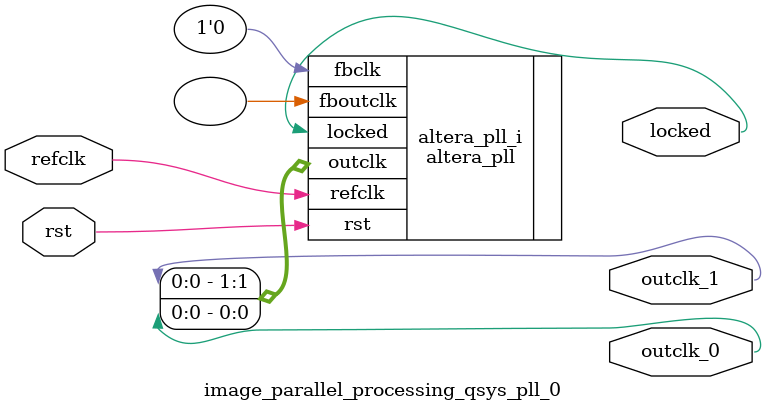
<source format=v>
`timescale 1ns/10ps
module  image_parallel_processing_qsys_pll_0(

	// interface 'refclk'
	input wire refclk,

	// interface 'reset'
	input wire rst,

	// interface 'outclk0'
	output wire outclk_0,

	// interface 'outclk1'
	output wire outclk_1,

	// interface 'locked'
	output wire locked
);

	altera_pll #(
		.fractional_vco_multiplier("false"),
		.reference_clock_frequency("50.0 MHz"),
		.operation_mode("direct"),
		.number_of_clocks(2),
		.output_clock_frequency0("143.000000 MHz"),
		.phase_shift0("0 ps"),
		.duty_cycle0(50),
		.output_clock_frequency1("143.000000 MHz"),
		.phase_shift1("-3758 ps"),
		.duty_cycle1(50),
		.output_clock_frequency2("0 MHz"),
		.phase_shift2("0 ps"),
		.duty_cycle2(50),
		.output_clock_frequency3("0 MHz"),
		.phase_shift3("0 ps"),
		.duty_cycle3(50),
		.output_clock_frequency4("0 MHz"),
		.phase_shift4("0 ps"),
		.duty_cycle4(50),
		.output_clock_frequency5("0 MHz"),
		.phase_shift5("0 ps"),
		.duty_cycle5(50),
		.output_clock_frequency6("0 MHz"),
		.phase_shift6("0 ps"),
		.duty_cycle6(50),
		.output_clock_frequency7("0 MHz"),
		.phase_shift7("0 ps"),
		.duty_cycle7(50),
		.output_clock_frequency8("0 MHz"),
		.phase_shift8("0 ps"),
		.duty_cycle8(50),
		.output_clock_frequency9("0 MHz"),
		.phase_shift9("0 ps"),
		.duty_cycle9(50),
		.output_clock_frequency10("0 MHz"),
		.phase_shift10("0 ps"),
		.duty_cycle10(50),
		.output_clock_frequency11("0 MHz"),
		.phase_shift11("0 ps"),
		.duty_cycle11(50),
		.output_clock_frequency12("0 MHz"),
		.phase_shift12("0 ps"),
		.duty_cycle12(50),
		.output_clock_frequency13("0 MHz"),
		.phase_shift13("0 ps"),
		.duty_cycle13(50),
		.output_clock_frequency14("0 MHz"),
		.phase_shift14("0 ps"),
		.duty_cycle14(50),
		.output_clock_frequency15("0 MHz"),
		.phase_shift15("0 ps"),
		.duty_cycle15(50),
		.output_clock_frequency16("0 MHz"),
		.phase_shift16("0 ps"),
		.duty_cycle16(50),
		.output_clock_frequency17("0 MHz"),
		.phase_shift17("0 ps"),
		.duty_cycle17(50),
		.pll_type("General"),
		.pll_subtype("General")
	) altera_pll_i (
		.rst	(rst),
		.outclk	({outclk_1, outclk_0}),
		.locked	(locked),
		.fboutclk	( ),
		.fbclk	(1'b0),
		.refclk	(refclk)
	);
endmodule


</source>
